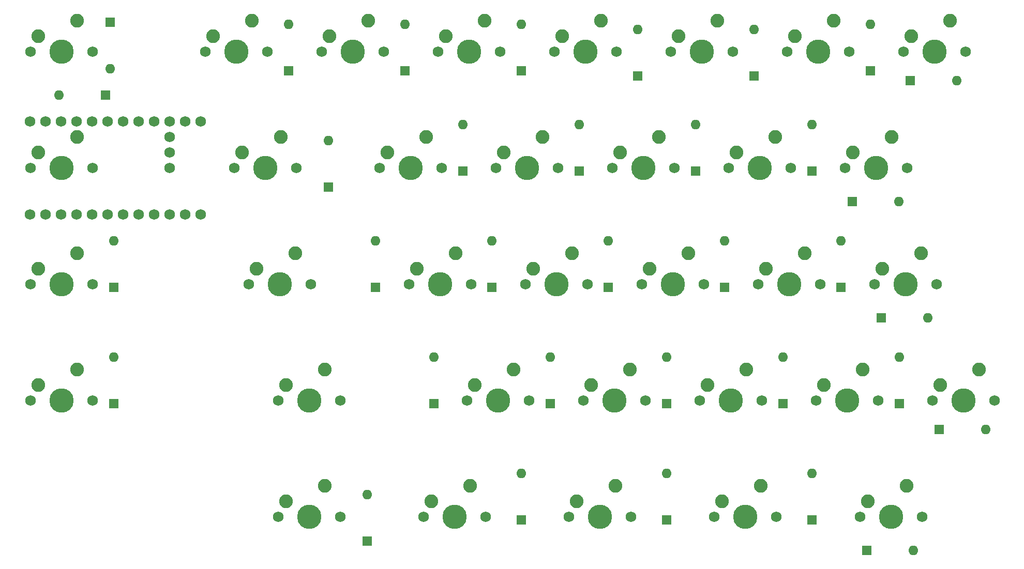
<source format=gbr>
G04 #@! TF.GenerationSoftware,KiCad,Pcbnew,(5.1.4-0)*
G04 #@! TF.CreationDate,2022-08-11T17:02:43-05:00*
G04 #@! TF.ProjectId,keyboard,6b657962-6f61-4726-942e-6b696361645f,rev?*
G04 #@! TF.SameCoordinates,Original*
G04 #@! TF.FileFunction,Soldermask,Bot*
G04 #@! TF.FilePolarity,Negative*
%FSLAX46Y46*%
G04 Gerber Fmt 4.6, Leading zero omitted, Abs format (unit mm)*
G04 Created by KiCad (PCBNEW (5.1.4-0)) date 2022-08-11 17:02:43*
%MOMM*%
%LPD*%
G04 APERTURE LIST*
%ADD10C,2.250000*%
%ADD11C,3.987800*%
%ADD12C,1.750000*%
%ADD13C,1.752600*%
%ADD14O,1.600000X1.600000*%
%ADD15R,1.600000X1.600000*%
G04 APERTURE END LIST*
D10*
X52546250Y-61595000D03*
D11*
X50006250Y-66675000D03*
D10*
X46196250Y-64135000D03*
D12*
X44926250Y-66675000D03*
X55086250Y-66675000D03*
D10*
X47783750Y-42545000D03*
D11*
X45243750Y-47625000D03*
D10*
X41433750Y-45085000D03*
D12*
X40163750Y-47625000D03*
X50323750Y-47625000D03*
D10*
X12065000Y-4445000D03*
D11*
X9525000Y-9525000D03*
D10*
X5715000Y-6985000D03*
D12*
X4445000Y-9525000D03*
X14605000Y-9525000D03*
D13*
X4286250Y-20955000D03*
X6826250Y-20955000D03*
X9366250Y-20955000D03*
X11906250Y-20955000D03*
X14446250Y-20955000D03*
X16986250Y-20955000D03*
X19526250Y-20955000D03*
X22066250Y-20955000D03*
X24606250Y-20955000D03*
X27146250Y-20955000D03*
X29686250Y-20955000D03*
X32226250Y-36195000D03*
X29686250Y-36195000D03*
X27146250Y-36195000D03*
X24606250Y-36195000D03*
X22066250Y-36195000D03*
X19526250Y-36195000D03*
X16986250Y-36195000D03*
X14446250Y-36195000D03*
X11906250Y-36195000D03*
X9366250Y-36195000D03*
X6826250Y-36195000D03*
X32226250Y-20955000D03*
X4286250Y-36195000D03*
X27146250Y-23495000D03*
X27146250Y-26035000D03*
X27146250Y-28575000D03*
D10*
X147796250Y-80645000D03*
D11*
X145256250Y-85725000D03*
D10*
X141446250Y-83185000D03*
D12*
X140176250Y-85725000D03*
X150336250Y-85725000D03*
D10*
X123983750Y-80645000D03*
D11*
X121443750Y-85725000D03*
D10*
X117633750Y-83185000D03*
D12*
X116363750Y-85725000D03*
X126523750Y-85725000D03*
D10*
X100171250Y-80645000D03*
D11*
X97631250Y-85725000D03*
D10*
X93821250Y-83185000D03*
D12*
X92551250Y-85725000D03*
X102711250Y-85725000D03*
D10*
X76358750Y-80645000D03*
D11*
X73818750Y-85725000D03*
D10*
X70008750Y-83185000D03*
D12*
X68738750Y-85725000D03*
X78898750Y-85725000D03*
D10*
X52546250Y-80645000D03*
D11*
X50006250Y-85725000D03*
D10*
X46196250Y-83185000D03*
D12*
X44926250Y-85725000D03*
X55086250Y-85725000D03*
D10*
X159702500Y-61595000D03*
D11*
X157162500Y-66675000D03*
D10*
X153352500Y-64135000D03*
D12*
X152082500Y-66675000D03*
X162242500Y-66675000D03*
D10*
X140652500Y-61595000D03*
D11*
X138112500Y-66675000D03*
D10*
X134302500Y-64135000D03*
D12*
X133032500Y-66675000D03*
X143192500Y-66675000D03*
D10*
X121602500Y-61595000D03*
D11*
X119062500Y-66675000D03*
D10*
X115252500Y-64135000D03*
D12*
X113982500Y-66675000D03*
X124142500Y-66675000D03*
D10*
X102552500Y-61595000D03*
D11*
X100012500Y-66675000D03*
D10*
X96202500Y-64135000D03*
D12*
X94932500Y-66675000D03*
X105092500Y-66675000D03*
D10*
X83502500Y-61595000D03*
D11*
X80962500Y-66675000D03*
D10*
X77152500Y-64135000D03*
D12*
X75882500Y-66675000D03*
X86042500Y-66675000D03*
D10*
X12065000Y-61595000D03*
D11*
X9525000Y-66675000D03*
D10*
X5715000Y-64135000D03*
D12*
X4445000Y-66675000D03*
X14605000Y-66675000D03*
D10*
X150177500Y-42545000D03*
D11*
X147637500Y-47625000D03*
D10*
X143827500Y-45085000D03*
D12*
X142557500Y-47625000D03*
X152717500Y-47625000D03*
D10*
X131127500Y-42545000D03*
D11*
X128587500Y-47625000D03*
D10*
X124777500Y-45085000D03*
D12*
X123507500Y-47625000D03*
X133667500Y-47625000D03*
D10*
X112077500Y-42545000D03*
D11*
X109537500Y-47625000D03*
D10*
X105727500Y-45085000D03*
D12*
X104457500Y-47625000D03*
X114617500Y-47625000D03*
D10*
X93027500Y-42545000D03*
D11*
X90487500Y-47625000D03*
D10*
X86677500Y-45085000D03*
D12*
X85407500Y-47625000D03*
X95567500Y-47625000D03*
D10*
X73977500Y-42545000D03*
D11*
X71437500Y-47625000D03*
D10*
X67627500Y-45085000D03*
D12*
X66357500Y-47625000D03*
X76517500Y-47625000D03*
D10*
X12065000Y-42545000D03*
D11*
X9525000Y-47625000D03*
D10*
X5715000Y-45085000D03*
D12*
X4445000Y-47625000D03*
X14605000Y-47625000D03*
D10*
X145415000Y-23495000D03*
D11*
X142875000Y-28575000D03*
D10*
X139065000Y-26035000D03*
D12*
X137795000Y-28575000D03*
X147955000Y-28575000D03*
D10*
X126365000Y-23495000D03*
D11*
X123825000Y-28575000D03*
D10*
X120015000Y-26035000D03*
D12*
X118745000Y-28575000D03*
X128905000Y-28575000D03*
D10*
X107315000Y-23495000D03*
D11*
X104775000Y-28575000D03*
D10*
X100965000Y-26035000D03*
D12*
X99695000Y-28575000D03*
X109855000Y-28575000D03*
D10*
X88265000Y-23495000D03*
D11*
X85725000Y-28575000D03*
D10*
X81915000Y-26035000D03*
D12*
X80645000Y-28575000D03*
X90805000Y-28575000D03*
D10*
X69215000Y-23495000D03*
D11*
X66675000Y-28575000D03*
D10*
X62865000Y-26035000D03*
D12*
X61595000Y-28575000D03*
X71755000Y-28575000D03*
D10*
X45402500Y-23495000D03*
D11*
X42862500Y-28575000D03*
D10*
X39052500Y-26035000D03*
D12*
X37782500Y-28575000D03*
X47942500Y-28575000D03*
D10*
X12065000Y-23495000D03*
D11*
X9525000Y-28575000D03*
D10*
X5715000Y-26035000D03*
D12*
X4445000Y-28575000D03*
X14605000Y-28575000D03*
D10*
X154940000Y-4445000D03*
D11*
X152400000Y-9525000D03*
D10*
X148590000Y-6985000D03*
D12*
X147320000Y-9525000D03*
X157480000Y-9525000D03*
D10*
X135890000Y-4445000D03*
D11*
X133350000Y-9525000D03*
D10*
X129540000Y-6985000D03*
D12*
X128270000Y-9525000D03*
X138430000Y-9525000D03*
D10*
X116840000Y-4445000D03*
D11*
X114300000Y-9525000D03*
D10*
X110490000Y-6985000D03*
D12*
X109220000Y-9525000D03*
X119380000Y-9525000D03*
D10*
X97790000Y-4445000D03*
D11*
X95250000Y-9525000D03*
D10*
X91440000Y-6985000D03*
D12*
X90170000Y-9525000D03*
X100330000Y-9525000D03*
D10*
X78740000Y-4445000D03*
D11*
X76200000Y-9525000D03*
D10*
X72390000Y-6985000D03*
D12*
X71120000Y-9525000D03*
X81280000Y-9525000D03*
D10*
X59690000Y-4445000D03*
D11*
X57150000Y-9525000D03*
D10*
X53340000Y-6985000D03*
D12*
X52070000Y-9525000D03*
X62230000Y-9525000D03*
D10*
X40640000Y-4445000D03*
D11*
X38100000Y-9525000D03*
D10*
X34290000Y-6985000D03*
D12*
X33020000Y-9525000D03*
X43180000Y-9525000D03*
D14*
X148907500Y-91281250D03*
D15*
X141287500Y-91281250D03*
D14*
X132350000Y-78605000D03*
D15*
X132350000Y-86225000D03*
D14*
X108537500Y-78605000D03*
D15*
X108537500Y-86225000D03*
D14*
X84725000Y-78605000D03*
D15*
X84725000Y-86225000D03*
D14*
X59531250Y-82073750D03*
D15*
X59531250Y-89693750D03*
D14*
X160813750Y-71437500D03*
D15*
X153193750Y-71437500D03*
D14*
X146637500Y-59555000D03*
D15*
X146637500Y-67175000D03*
D14*
X127587500Y-59555000D03*
D15*
X127587500Y-67175000D03*
D14*
X108537500Y-59555000D03*
D15*
X108537500Y-67175000D03*
D14*
X89487500Y-59555000D03*
D15*
X89487500Y-67175000D03*
D14*
X70437500Y-59555000D03*
D15*
X70437500Y-67175000D03*
D14*
X18050000Y-59555000D03*
D15*
X18050000Y-67175000D03*
D14*
X151288750Y-53181250D03*
D15*
X143668750Y-53181250D03*
D14*
X137112500Y-40505000D03*
D15*
X137112500Y-48125000D03*
D14*
X118062500Y-40505000D03*
D15*
X118062500Y-48125000D03*
D14*
X99012500Y-40505000D03*
D15*
X99012500Y-48125000D03*
D14*
X79962500Y-40505000D03*
D15*
X79962500Y-48125000D03*
D14*
X60912500Y-40505000D03*
D15*
X60912500Y-48125000D03*
D14*
X18050000Y-40505000D03*
D15*
X18050000Y-48125000D03*
D14*
X146526250Y-34131250D03*
D15*
X138906250Y-34131250D03*
D14*
X132350000Y-21455000D03*
D15*
X132350000Y-29075000D03*
D14*
X113300000Y-21455000D03*
D15*
X113300000Y-29075000D03*
D14*
X94250000Y-21455000D03*
D15*
X94250000Y-29075000D03*
D14*
X75200000Y-21455000D03*
D15*
X75200000Y-29075000D03*
D14*
X53181250Y-24130000D03*
D15*
X53181250Y-31750000D03*
D14*
X9048750Y-16668750D03*
D15*
X16668750Y-16668750D03*
D14*
X156051250Y-14287500D03*
D15*
X148431250Y-14287500D03*
D14*
X141875000Y-5080000D03*
D15*
X141875000Y-12700000D03*
D14*
X122825000Y-5873750D03*
D15*
X122825000Y-13493750D03*
D14*
X103775000Y-5873750D03*
D15*
X103775000Y-13493750D03*
D14*
X84725000Y-5080000D03*
D15*
X84725000Y-12700000D03*
D14*
X65675000Y-5080000D03*
D15*
X65675000Y-12700000D03*
D14*
X46625000Y-5080000D03*
D15*
X46625000Y-12700000D03*
D14*
X17462500Y-12382500D03*
D15*
X17462500Y-4762500D03*
M02*

</source>
